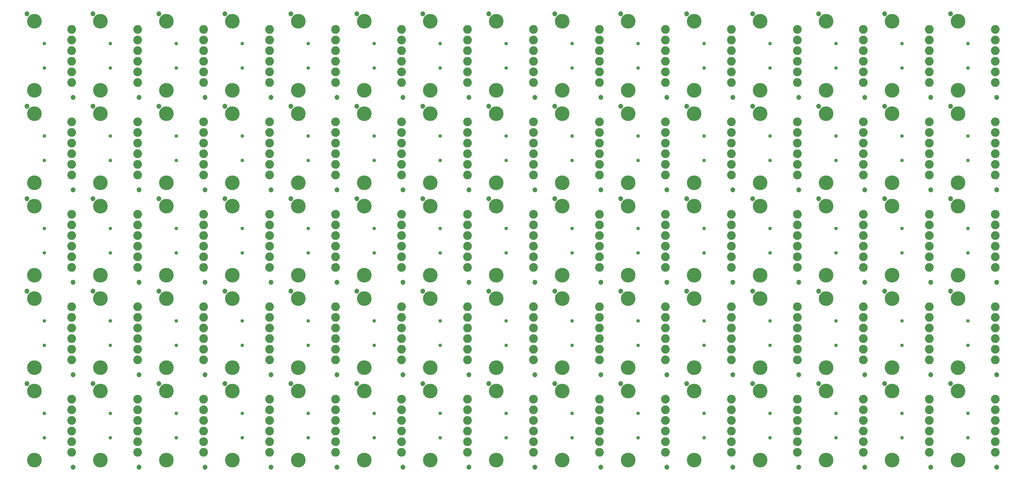
<source format=gbs>
G75*
%MOIN*%
%OFA0B0*%
%FSLAX25Y25*%
%IPPOS*%
%LPD*%
%AMOC8*
5,1,8,0,0,1.08239X$1,22.5*
%
%ADD10C,0.04737*%
%ADD11C,0.03359*%
%ADD12C,0.13800*%
%ADD13C,0.08200*%
D10*
X0085250Y0032000D03*
X0147250Y0032000D03*
X0209250Y0032000D03*
X0271250Y0032000D03*
X0333250Y0032000D03*
X0395250Y0032000D03*
X0457250Y0032000D03*
X0519250Y0032000D03*
X0581250Y0032000D03*
X0643250Y0032000D03*
X0705250Y0032000D03*
X0767250Y0032000D03*
X0829250Y0032000D03*
X0891250Y0032000D03*
X0953250Y0032000D03*
X0909750Y0110500D03*
X0891250Y0119000D03*
X0847750Y0110500D03*
X0829250Y0119000D03*
X0785750Y0110500D03*
X0767250Y0119000D03*
X0723750Y0110500D03*
X0705250Y0119000D03*
X0661750Y0110500D03*
X0643250Y0119000D03*
X0599750Y0110500D03*
X0581250Y0119000D03*
X0537750Y0110500D03*
X0519250Y0119000D03*
X0475750Y0110500D03*
X0457250Y0119000D03*
X0413750Y0110500D03*
X0395250Y0119000D03*
X0351750Y0110500D03*
X0333250Y0119000D03*
X0289750Y0110500D03*
X0271250Y0119000D03*
X0227750Y0110500D03*
X0209250Y0119000D03*
X0165750Y0110500D03*
X0147250Y0119000D03*
X0103750Y0110500D03*
X0085250Y0119000D03*
X0041750Y0110500D03*
X0041750Y0197500D03*
X0085250Y0206000D03*
X0103750Y0197500D03*
X0147250Y0206000D03*
X0165750Y0197500D03*
X0209250Y0206000D03*
X0227750Y0197500D03*
X0271250Y0206000D03*
X0289750Y0197500D03*
X0333250Y0206000D03*
X0351750Y0197500D03*
X0395250Y0206000D03*
X0413750Y0197500D03*
X0457250Y0206000D03*
X0475750Y0197500D03*
X0519250Y0206000D03*
X0537750Y0197500D03*
X0581250Y0206000D03*
X0599750Y0197500D03*
X0643250Y0206000D03*
X0661750Y0197500D03*
X0705250Y0206000D03*
X0723750Y0197500D03*
X0767250Y0206000D03*
X0785750Y0197500D03*
X0829250Y0206000D03*
X0847750Y0197500D03*
X0891250Y0206000D03*
X0909750Y0197500D03*
X0953250Y0206000D03*
X0909750Y0284500D03*
X0891250Y0293000D03*
X0847750Y0284500D03*
X0829250Y0293000D03*
X0785750Y0284500D03*
X0767250Y0293000D03*
X0723750Y0284500D03*
X0705250Y0293000D03*
X0661750Y0284500D03*
X0643250Y0293000D03*
X0599750Y0284500D03*
X0581250Y0293000D03*
X0537750Y0284500D03*
X0519250Y0293000D03*
X0475750Y0284500D03*
X0457250Y0293000D03*
X0413750Y0284500D03*
X0395250Y0293000D03*
X0351750Y0284500D03*
X0333250Y0293000D03*
X0289750Y0284500D03*
X0271250Y0293000D03*
X0227750Y0284500D03*
X0209250Y0293000D03*
X0165750Y0284500D03*
X0147250Y0293000D03*
X0103750Y0284500D03*
X0085250Y0293000D03*
X0041750Y0284500D03*
X0041750Y0371500D03*
X0085250Y0380000D03*
X0103750Y0371500D03*
X0147250Y0380000D03*
X0165750Y0371500D03*
X0209250Y0380000D03*
X0227750Y0371500D03*
X0271250Y0380000D03*
X0289750Y0371500D03*
X0333250Y0380000D03*
X0351750Y0371500D03*
X0395250Y0380000D03*
X0413750Y0371500D03*
X0457250Y0380000D03*
X0475750Y0371500D03*
X0519250Y0380000D03*
X0537750Y0371500D03*
X0581250Y0380000D03*
X0599750Y0371500D03*
X0643250Y0380000D03*
X0661750Y0371500D03*
X0705250Y0380000D03*
X0723750Y0371500D03*
X0767250Y0380000D03*
X0785750Y0371500D03*
X0829250Y0380000D03*
X0847750Y0371500D03*
X0891250Y0380000D03*
X0909750Y0371500D03*
X0953250Y0380000D03*
X0909750Y0458500D03*
X0847750Y0458500D03*
X0785750Y0458500D03*
X0723750Y0458500D03*
X0661750Y0458500D03*
X0599750Y0458500D03*
X0537750Y0458500D03*
X0475750Y0458500D03*
X0413750Y0458500D03*
X0351750Y0458500D03*
X0289750Y0458500D03*
X0227750Y0458500D03*
X0165750Y0458500D03*
X0103750Y0458500D03*
X0041750Y0458500D03*
X0953250Y0293000D03*
X0953250Y0119000D03*
D11*
X0926061Y0146622D03*
X0926061Y0169378D03*
X0864061Y0169378D03*
X0864061Y0146622D03*
X0802061Y0146622D03*
X0802061Y0169378D03*
X0740061Y0169378D03*
X0740061Y0146622D03*
X0678061Y0146622D03*
X0678061Y0169378D03*
X0616061Y0169378D03*
X0616061Y0146622D03*
X0554061Y0146622D03*
X0554061Y0169378D03*
X0492061Y0169378D03*
X0492061Y0146622D03*
X0430061Y0146622D03*
X0430061Y0169378D03*
X0368061Y0169378D03*
X0368061Y0146622D03*
X0306061Y0146622D03*
X0306061Y0169378D03*
X0244061Y0169378D03*
X0244061Y0146622D03*
X0182061Y0146622D03*
X0182061Y0169378D03*
X0120061Y0169378D03*
X0120061Y0146622D03*
X0058061Y0146622D03*
X0058061Y0169378D03*
X0058061Y0233622D03*
X0058061Y0256378D03*
X0120061Y0256378D03*
X0120061Y0233622D03*
X0182061Y0233622D03*
X0182061Y0256378D03*
X0244061Y0256378D03*
X0244061Y0233622D03*
X0306061Y0233622D03*
X0306061Y0256378D03*
X0368061Y0256378D03*
X0368061Y0233622D03*
X0430061Y0233622D03*
X0430061Y0256378D03*
X0492061Y0256378D03*
X0492061Y0233622D03*
X0554061Y0233622D03*
X0554061Y0256378D03*
X0616061Y0256378D03*
X0616061Y0233622D03*
X0678061Y0233622D03*
X0678061Y0256378D03*
X0740061Y0256378D03*
X0740061Y0233622D03*
X0802061Y0233622D03*
X0802061Y0256378D03*
X0864061Y0256378D03*
X0864061Y0233622D03*
X0926061Y0233622D03*
X0926061Y0256378D03*
X0926061Y0320622D03*
X0926061Y0343378D03*
X0864061Y0343378D03*
X0864061Y0320622D03*
X0802061Y0320622D03*
X0802061Y0343378D03*
X0740061Y0343378D03*
X0740061Y0320622D03*
X0678061Y0320622D03*
X0678061Y0343378D03*
X0616061Y0343378D03*
X0616061Y0320622D03*
X0554061Y0320622D03*
X0554061Y0343378D03*
X0492061Y0343378D03*
X0492061Y0320622D03*
X0430061Y0320622D03*
X0430061Y0343378D03*
X0368061Y0343378D03*
X0368061Y0320622D03*
X0306061Y0320622D03*
X0306061Y0343378D03*
X0244061Y0343378D03*
X0244061Y0320622D03*
X0182061Y0320622D03*
X0182061Y0343378D03*
X0120061Y0343378D03*
X0120061Y0320622D03*
X0058061Y0320622D03*
X0058061Y0343378D03*
X0058061Y0407622D03*
X0058061Y0430378D03*
X0120061Y0430378D03*
X0120061Y0407622D03*
X0182061Y0407622D03*
X0182061Y0430378D03*
X0244061Y0430378D03*
X0244061Y0407622D03*
X0306061Y0407622D03*
X0306061Y0430378D03*
X0368061Y0430378D03*
X0368061Y0407622D03*
X0430061Y0407622D03*
X0430061Y0430378D03*
X0492061Y0430378D03*
X0492061Y0407622D03*
X0554061Y0407622D03*
X0554061Y0430378D03*
X0616061Y0430378D03*
X0616061Y0407622D03*
X0678061Y0407622D03*
X0678061Y0430378D03*
X0740061Y0430378D03*
X0740061Y0407622D03*
X0802061Y0407622D03*
X0802061Y0430378D03*
X0864061Y0430378D03*
X0864061Y0407622D03*
X0926061Y0407622D03*
X0926061Y0430378D03*
X0926061Y0082378D03*
X0926061Y0059622D03*
X0864061Y0059622D03*
X0864061Y0082378D03*
X0802061Y0082378D03*
X0802061Y0059622D03*
X0740061Y0059622D03*
X0740061Y0082378D03*
X0678061Y0082378D03*
X0678061Y0059622D03*
X0616061Y0059622D03*
X0616061Y0082378D03*
X0554061Y0082378D03*
X0554061Y0059622D03*
X0492061Y0059622D03*
X0492061Y0082378D03*
X0430061Y0082378D03*
X0430061Y0059622D03*
X0368061Y0059622D03*
X0368061Y0082378D03*
X0306061Y0082378D03*
X0306061Y0059622D03*
X0244061Y0059622D03*
X0244061Y0082378D03*
X0182061Y0082378D03*
X0182061Y0059622D03*
X0120061Y0059622D03*
X0120061Y0082378D03*
X0058061Y0082378D03*
X0058061Y0059622D03*
D12*
X0048750Y0038500D03*
X0110750Y0038500D03*
X0172750Y0038500D03*
X0234750Y0038500D03*
X0296750Y0038500D03*
X0358750Y0038500D03*
X0420750Y0038500D03*
X0482750Y0038500D03*
X0544750Y0038500D03*
X0606750Y0038500D03*
X0668750Y0038500D03*
X0730750Y0038500D03*
X0792750Y0038500D03*
X0854750Y0038500D03*
X0916750Y0038500D03*
X0916750Y0103500D03*
X0916750Y0125500D03*
X0854750Y0125500D03*
X0854750Y0103500D03*
X0792750Y0103500D03*
X0792750Y0125500D03*
X0730750Y0125500D03*
X0730750Y0103500D03*
X0668750Y0103500D03*
X0668750Y0125500D03*
X0606750Y0125500D03*
X0606750Y0103500D03*
X0544750Y0103500D03*
X0544750Y0125500D03*
X0482750Y0125500D03*
X0482750Y0103500D03*
X0420750Y0103500D03*
X0420750Y0125500D03*
X0358750Y0125500D03*
X0358750Y0103500D03*
X0296750Y0103500D03*
X0296750Y0125500D03*
X0234750Y0125500D03*
X0234750Y0103500D03*
X0172750Y0103500D03*
X0172750Y0125500D03*
X0110750Y0125500D03*
X0110750Y0103500D03*
X0048750Y0103500D03*
X0048750Y0125500D03*
X0048750Y0190500D03*
X0048750Y0212500D03*
X0110750Y0212500D03*
X0110750Y0190500D03*
X0172750Y0190500D03*
X0172750Y0212500D03*
X0234750Y0212500D03*
X0234750Y0190500D03*
X0296750Y0190500D03*
X0296750Y0212500D03*
X0358750Y0212500D03*
X0358750Y0190500D03*
X0420750Y0190500D03*
X0420750Y0212500D03*
X0482750Y0212500D03*
X0482750Y0190500D03*
X0544750Y0190500D03*
X0544750Y0212500D03*
X0606750Y0212500D03*
X0606750Y0190500D03*
X0668750Y0190500D03*
X0668750Y0212500D03*
X0730750Y0212500D03*
X0730750Y0190500D03*
X0792750Y0190500D03*
X0792750Y0212500D03*
X0854750Y0212500D03*
X0854750Y0190500D03*
X0916750Y0190500D03*
X0916750Y0212500D03*
X0916750Y0277500D03*
X0916750Y0299500D03*
X0854750Y0299500D03*
X0854750Y0277500D03*
X0792750Y0277500D03*
X0792750Y0299500D03*
X0730750Y0299500D03*
X0730750Y0277500D03*
X0668750Y0277500D03*
X0668750Y0299500D03*
X0606750Y0299500D03*
X0606750Y0277500D03*
X0544750Y0277500D03*
X0544750Y0299500D03*
X0482750Y0299500D03*
X0482750Y0277500D03*
X0420750Y0277500D03*
X0420750Y0299500D03*
X0358750Y0299500D03*
X0358750Y0277500D03*
X0296750Y0277500D03*
X0296750Y0299500D03*
X0234750Y0299500D03*
X0234750Y0277500D03*
X0172750Y0277500D03*
X0172750Y0299500D03*
X0110750Y0299500D03*
X0110750Y0277500D03*
X0048750Y0277500D03*
X0048750Y0299500D03*
X0048750Y0364500D03*
X0048750Y0386500D03*
X0110750Y0386500D03*
X0110750Y0364500D03*
X0172750Y0364500D03*
X0172750Y0386500D03*
X0234750Y0386500D03*
X0234750Y0364500D03*
X0296750Y0364500D03*
X0296750Y0386500D03*
X0358750Y0386500D03*
X0358750Y0364500D03*
X0420750Y0364500D03*
X0420750Y0386500D03*
X0482750Y0386500D03*
X0482750Y0364500D03*
X0544750Y0364500D03*
X0544750Y0386500D03*
X0606750Y0386500D03*
X0606750Y0364500D03*
X0668750Y0364500D03*
X0668750Y0386500D03*
X0730750Y0386500D03*
X0730750Y0364500D03*
X0792750Y0364500D03*
X0792750Y0386500D03*
X0854750Y0386500D03*
X0854750Y0364500D03*
X0916750Y0364500D03*
X0916750Y0386500D03*
X0916750Y0451500D03*
X0854750Y0451500D03*
X0792750Y0451500D03*
X0730750Y0451500D03*
X0668750Y0451500D03*
X0606750Y0451500D03*
X0544750Y0451500D03*
X0482750Y0451500D03*
X0420750Y0451500D03*
X0358750Y0451500D03*
X0296750Y0451500D03*
X0234750Y0451500D03*
X0172750Y0451500D03*
X0110750Y0451500D03*
X0048750Y0451500D03*
D13*
X0083750Y0444000D03*
X0083750Y0434000D03*
X0083750Y0424000D03*
X0083750Y0414000D03*
X0083750Y0404000D03*
X0083750Y0394000D03*
X0145750Y0394000D03*
X0145750Y0404000D03*
X0145750Y0414000D03*
X0145750Y0424000D03*
X0145750Y0434000D03*
X0145750Y0444000D03*
X0207750Y0444000D03*
X0207750Y0434000D03*
X0207750Y0424000D03*
X0207750Y0414000D03*
X0207750Y0404000D03*
X0207750Y0394000D03*
X0269750Y0394000D03*
X0269750Y0404000D03*
X0269750Y0414000D03*
X0269750Y0424000D03*
X0269750Y0434000D03*
X0269750Y0444000D03*
X0331750Y0444000D03*
X0331750Y0434000D03*
X0331750Y0424000D03*
X0331750Y0414000D03*
X0331750Y0404000D03*
X0331750Y0394000D03*
X0393750Y0394000D03*
X0393750Y0404000D03*
X0393750Y0414000D03*
X0393750Y0424000D03*
X0393750Y0434000D03*
X0393750Y0444000D03*
X0455750Y0444000D03*
X0455750Y0434000D03*
X0455750Y0424000D03*
X0455750Y0414000D03*
X0455750Y0404000D03*
X0455750Y0394000D03*
X0517750Y0394000D03*
X0517750Y0404000D03*
X0517750Y0414000D03*
X0517750Y0424000D03*
X0517750Y0434000D03*
X0517750Y0444000D03*
X0579750Y0444000D03*
X0579750Y0434000D03*
X0579750Y0424000D03*
X0579750Y0414000D03*
X0579750Y0404000D03*
X0579750Y0394000D03*
X0641750Y0394000D03*
X0641750Y0404000D03*
X0641750Y0414000D03*
X0641750Y0424000D03*
X0641750Y0434000D03*
X0641750Y0444000D03*
X0703750Y0444000D03*
X0703750Y0434000D03*
X0703750Y0424000D03*
X0703750Y0414000D03*
X0703750Y0404000D03*
X0703750Y0394000D03*
X0765750Y0394000D03*
X0765750Y0404000D03*
X0765750Y0414000D03*
X0765750Y0424000D03*
X0765750Y0434000D03*
X0765750Y0444000D03*
X0827750Y0444000D03*
X0827750Y0434000D03*
X0827750Y0424000D03*
X0827750Y0414000D03*
X0827750Y0404000D03*
X0827750Y0394000D03*
X0889750Y0394000D03*
X0889750Y0404000D03*
X0889750Y0414000D03*
X0889750Y0424000D03*
X0889750Y0434000D03*
X0889750Y0444000D03*
X0951750Y0444000D03*
X0951750Y0434000D03*
X0951750Y0424000D03*
X0951750Y0414000D03*
X0951750Y0404000D03*
X0951750Y0394000D03*
X0951750Y0357000D03*
X0951750Y0347000D03*
X0951750Y0337000D03*
X0951750Y0327000D03*
X0951750Y0317000D03*
X0951750Y0307000D03*
X0889750Y0307000D03*
X0889750Y0317000D03*
X0889750Y0327000D03*
X0889750Y0337000D03*
X0889750Y0347000D03*
X0889750Y0357000D03*
X0827750Y0357000D03*
X0827750Y0347000D03*
X0827750Y0337000D03*
X0827750Y0327000D03*
X0827750Y0317000D03*
X0827750Y0307000D03*
X0765750Y0307000D03*
X0765750Y0317000D03*
X0765750Y0327000D03*
X0765750Y0337000D03*
X0765750Y0347000D03*
X0765750Y0357000D03*
X0703750Y0357000D03*
X0703750Y0347000D03*
X0703750Y0337000D03*
X0703750Y0327000D03*
X0703750Y0317000D03*
X0703750Y0307000D03*
X0641750Y0307000D03*
X0641750Y0317000D03*
X0641750Y0327000D03*
X0641750Y0337000D03*
X0641750Y0347000D03*
X0641750Y0357000D03*
X0579750Y0357000D03*
X0579750Y0347000D03*
X0579750Y0337000D03*
X0579750Y0327000D03*
X0579750Y0317000D03*
X0579750Y0307000D03*
X0517750Y0307000D03*
X0517750Y0317000D03*
X0517750Y0327000D03*
X0517750Y0337000D03*
X0517750Y0347000D03*
X0517750Y0357000D03*
X0455750Y0357000D03*
X0455750Y0347000D03*
X0455750Y0337000D03*
X0455750Y0327000D03*
X0455750Y0317000D03*
X0455750Y0307000D03*
X0393750Y0307000D03*
X0393750Y0317000D03*
X0393750Y0327000D03*
X0393750Y0337000D03*
X0393750Y0347000D03*
X0393750Y0357000D03*
X0331750Y0357000D03*
X0331750Y0347000D03*
X0331750Y0337000D03*
X0331750Y0327000D03*
X0331750Y0317000D03*
X0331750Y0307000D03*
X0269750Y0307000D03*
X0269750Y0317000D03*
X0269750Y0327000D03*
X0269750Y0337000D03*
X0269750Y0347000D03*
X0269750Y0357000D03*
X0207750Y0357000D03*
X0207750Y0347000D03*
X0207750Y0337000D03*
X0207750Y0327000D03*
X0207750Y0317000D03*
X0207750Y0307000D03*
X0145750Y0307000D03*
X0145750Y0317000D03*
X0145750Y0327000D03*
X0145750Y0337000D03*
X0145750Y0347000D03*
X0145750Y0357000D03*
X0083750Y0357000D03*
X0083750Y0347000D03*
X0083750Y0337000D03*
X0083750Y0327000D03*
X0083750Y0317000D03*
X0083750Y0307000D03*
X0083750Y0270000D03*
X0083750Y0260000D03*
X0083750Y0250000D03*
X0083750Y0240000D03*
X0083750Y0230000D03*
X0083750Y0220000D03*
X0145750Y0220000D03*
X0145750Y0230000D03*
X0145750Y0240000D03*
X0145750Y0250000D03*
X0145750Y0260000D03*
X0145750Y0270000D03*
X0207750Y0270000D03*
X0207750Y0260000D03*
X0207750Y0250000D03*
X0207750Y0240000D03*
X0207750Y0230000D03*
X0207750Y0220000D03*
X0269750Y0220000D03*
X0269750Y0230000D03*
X0269750Y0240000D03*
X0269750Y0250000D03*
X0269750Y0260000D03*
X0269750Y0270000D03*
X0331750Y0270000D03*
X0331750Y0260000D03*
X0331750Y0250000D03*
X0331750Y0240000D03*
X0331750Y0230000D03*
X0331750Y0220000D03*
X0393750Y0220000D03*
X0393750Y0230000D03*
X0393750Y0240000D03*
X0393750Y0250000D03*
X0393750Y0260000D03*
X0393750Y0270000D03*
X0455750Y0270000D03*
X0455750Y0260000D03*
X0455750Y0250000D03*
X0455750Y0240000D03*
X0455750Y0230000D03*
X0455750Y0220000D03*
X0517750Y0220000D03*
X0517750Y0230000D03*
X0517750Y0240000D03*
X0517750Y0250000D03*
X0517750Y0260000D03*
X0517750Y0270000D03*
X0579750Y0270000D03*
X0579750Y0260000D03*
X0579750Y0250000D03*
X0579750Y0240000D03*
X0579750Y0230000D03*
X0579750Y0220000D03*
X0641750Y0220000D03*
X0641750Y0230000D03*
X0641750Y0240000D03*
X0641750Y0250000D03*
X0641750Y0260000D03*
X0641750Y0270000D03*
X0703750Y0270000D03*
X0703750Y0260000D03*
X0703750Y0250000D03*
X0703750Y0240000D03*
X0703750Y0230000D03*
X0703750Y0220000D03*
X0765750Y0220000D03*
X0765750Y0230000D03*
X0765750Y0240000D03*
X0765750Y0250000D03*
X0765750Y0260000D03*
X0765750Y0270000D03*
X0827750Y0270000D03*
X0827750Y0260000D03*
X0827750Y0250000D03*
X0827750Y0240000D03*
X0827750Y0230000D03*
X0827750Y0220000D03*
X0889750Y0220000D03*
X0889750Y0230000D03*
X0889750Y0240000D03*
X0889750Y0250000D03*
X0889750Y0260000D03*
X0889750Y0270000D03*
X0951750Y0270000D03*
X0951750Y0260000D03*
X0951750Y0250000D03*
X0951750Y0240000D03*
X0951750Y0230000D03*
X0951750Y0220000D03*
X0951750Y0183000D03*
X0951750Y0173000D03*
X0951750Y0163000D03*
X0951750Y0153000D03*
X0951750Y0143000D03*
X0951750Y0133000D03*
X0889750Y0133000D03*
X0889750Y0143000D03*
X0889750Y0153000D03*
X0889750Y0163000D03*
X0889750Y0173000D03*
X0889750Y0183000D03*
X0827750Y0183000D03*
X0827750Y0173000D03*
X0827750Y0163000D03*
X0827750Y0153000D03*
X0827750Y0143000D03*
X0827750Y0133000D03*
X0765750Y0133000D03*
X0765750Y0143000D03*
X0765750Y0153000D03*
X0765750Y0163000D03*
X0765750Y0173000D03*
X0765750Y0183000D03*
X0703750Y0183000D03*
X0703750Y0173000D03*
X0703750Y0163000D03*
X0703750Y0153000D03*
X0703750Y0143000D03*
X0703750Y0133000D03*
X0641750Y0133000D03*
X0641750Y0143000D03*
X0641750Y0153000D03*
X0641750Y0163000D03*
X0641750Y0173000D03*
X0641750Y0183000D03*
X0579750Y0183000D03*
X0579750Y0173000D03*
X0579750Y0163000D03*
X0579750Y0153000D03*
X0579750Y0143000D03*
X0579750Y0133000D03*
X0517750Y0133000D03*
X0517750Y0143000D03*
X0517750Y0153000D03*
X0517750Y0163000D03*
X0517750Y0173000D03*
X0517750Y0183000D03*
X0455750Y0183000D03*
X0455750Y0173000D03*
X0455750Y0163000D03*
X0455750Y0153000D03*
X0455750Y0143000D03*
X0455750Y0133000D03*
X0393750Y0133000D03*
X0393750Y0143000D03*
X0393750Y0153000D03*
X0393750Y0163000D03*
X0393750Y0173000D03*
X0393750Y0183000D03*
X0331750Y0183000D03*
X0331750Y0173000D03*
X0331750Y0163000D03*
X0331750Y0153000D03*
X0331750Y0143000D03*
X0331750Y0133000D03*
X0269750Y0133000D03*
X0269750Y0143000D03*
X0269750Y0153000D03*
X0269750Y0163000D03*
X0269750Y0173000D03*
X0269750Y0183000D03*
X0207750Y0183000D03*
X0207750Y0173000D03*
X0207750Y0163000D03*
X0207750Y0153000D03*
X0207750Y0143000D03*
X0207750Y0133000D03*
X0145750Y0133000D03*
X0145750Y0143000D03*
X0145750Y0153000D03*
X0145750Y0163000D03*
X0145750Y0173000D03*
X0145750Y0183000D03*
X0083750Y0183000D03*
X0083750Y0173000D03*
X0083750Y0163000D03*
X0083750Y0153000D03*
X0083750Y0143000D03*
X0083750Y0133000D03*
X0083750Y0096000D03*
X0083750Y0086000D03*
X0083750Y0076000D03*
X0083750Y0066000D03*
X0083750Y0056000D03*
X0083750Y0046000D03*
X0145750Y0046000D03*
X0145750Y0056000D03*
X0145750Y0066000D03*
X0145750Y0076000D03*
X0145750Y0086000D03*
X0145750Y0096000D03*
X0207750Y0096000D03*
X0207750Y0086000D03*
X0207750Y0076000D03*
X0207750Y0066000D03*
X0207750Y0056000D03*
X0207750Y0046000D03*
X0269750Y0046000D03*
X0269750Y0056000D03*
X0269750Y0066000D03*
X0269750Y0076000D03*
X0269750Y0086000D03*
X0269750Y0096000D03*
X0331750Y0096000D03*
X0331750Y0086000D03*
X0331750Y0076000D03*
X0331750Y0066000D03*
X0331750Y0056000D03*
X0331750Y0046000D03*
X0393750Y0046000D03*
X0393750Y0056000D03*
X0393750Y0066000D03*
X0393750Y0076000D03*
X0393750Y0086000D03*
X0393750Y0096000D03*
X0455750Y0096000D03*
X0455750Y0086000D03*
X0455750Y0076000D03*
X0455750Y0066000D03*
X0455750Y0056000D03*
X0455750Y0046000D03*
X0517750Y0046000D03*
X0517750Y0056000D03*
X0517750Y0066000D03*
X0517750Y0076000D03*
X0517750Y0086000D03*
X0517750Y0096000D03*
X0579750Y0096000D03*
X0579750Y0086000D03*
X0579750Y0076000D03*
X0579750Y0066000D03*
X0579750Y0056000D03*
X0579750Y0046000D03*
X0641750Y0046000D03*
X0641750Y0056000D03*
X0641750Y0066000D03*
X0641750Y0076000D03*
X0641750Y0086000D03*
X0641750Y0096000D03*
X0703750Y0096000D03*
X0703750Y0086000D03*
X0703750Y0076000D03*
X0703750Y0066000D03*
X0703750Y0056000D03*
X0703750Y0046000D03*
X0765750Y0046000D03*
X0765750Y0056000D03*
X0765750Y0066000D03*
X0765750Y0076000D03*
X0765750Y0086000D03*
X0765750Y0096000D03*
X0827750Y0096000D03*
X0827750Y0086000D03*
X0827750Y0076000D03*
X0827750Y0066000D03*
X0827750Y0056000D03*
X0827750Y0046000D03*
X0889750Y0046000D03*
X0889750Y0056000D03*
X0889750Y0066000D03*
X0889750Y0076000D03*
X0889750Y0086000D03*
X0889750Y0096000D03*
X0951750Y0096000D03*
X0951750Y0086000D03*
X0951750Y0076000D03*
X0951750Y0066000D03*
X0951750Y0056000D03*
X0951750Y0046000D03*
M02*

</source>
